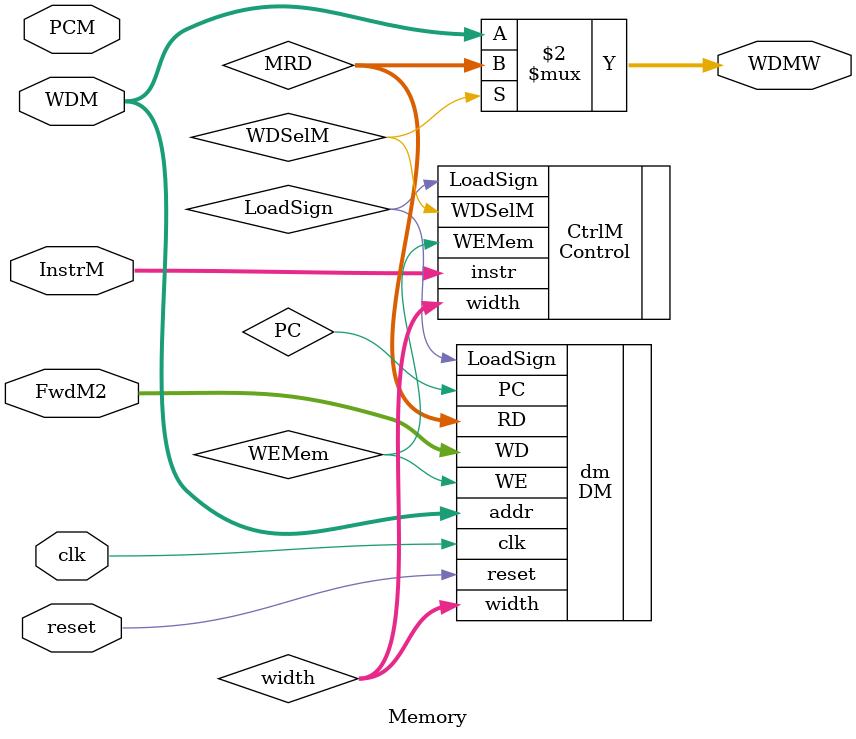
<source format=v>
`timescale 1ns / 1ps
module Memory(
    input clk,
    input reset,
	
    input [31:0] PCM,
    input [31:0] InstrM,
	
    input [31:0] WDM,	// Write Data Mem-Stage
    input [31:0] FwdM2,
	
    output [31:0] WDMW	// Write Data from Mem-Stage to Write-Stage
    );
	wire WEMem;
	wire [1:0] width;
	wire LoadSign;
	wire [31:0] MRD; // Mem Read Data
	
	wire WDSelM;
	
	Control CtrlM(
    .instr(InstrM), 
	
    .WEMem(WEMem), 
    .width(width), 
    .LoadSign(LoadSign), 
    .WDSelM(WDSelM)
    );
	
	DM dm (
    .clk(clk), 
    .reset(reset),
	
    .WE(WEMem), 
    .width(width), 
    .LoadSign(LoadSign), 
	
    .addr(WDM), 
    .WD(FwdM2), 
	
    .RD(MRD), 
    .PC(PC)
    );
	
	assign WDMW = (WDSelM == 0)? WDM : MRD;


endmodule

</source>
